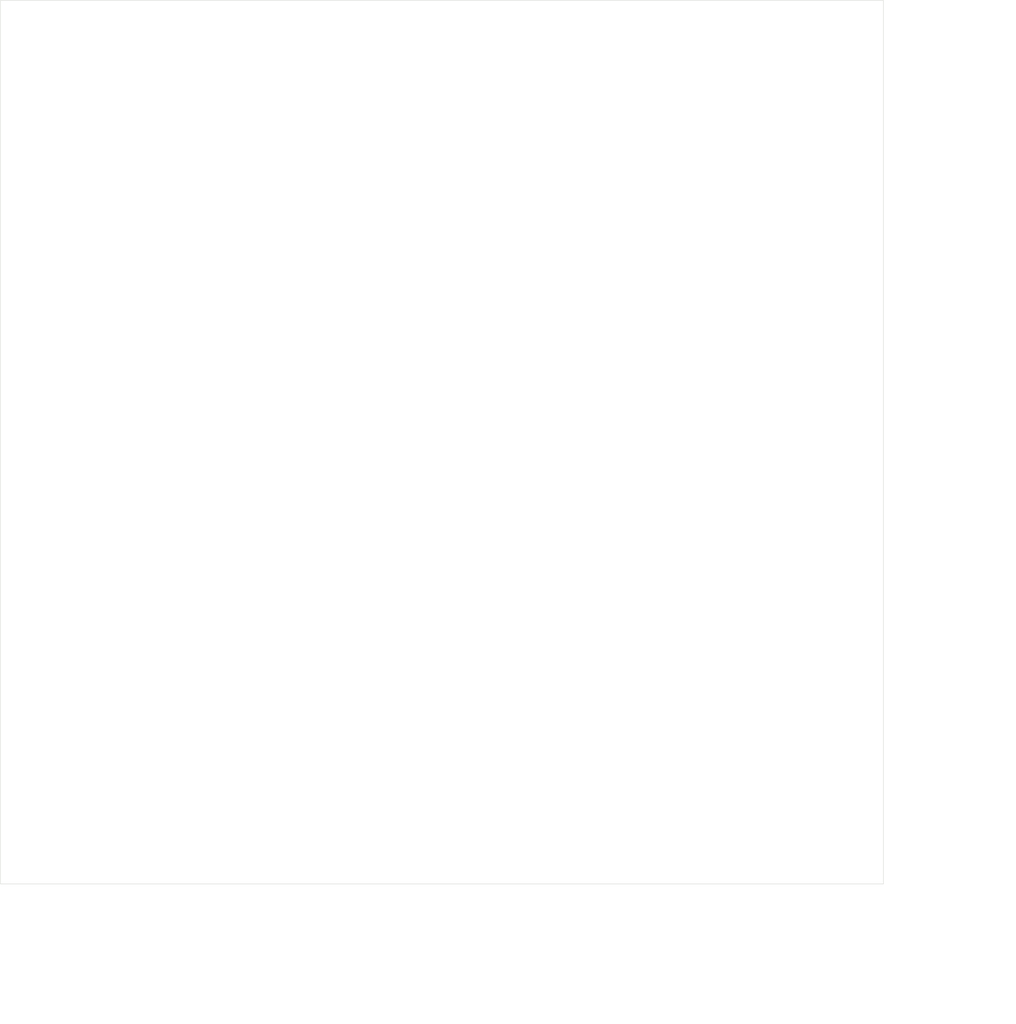
<source format=kicad_pcb>
(kicad_pcb
	(version 20241229)
	(generator "pcbnew")
	(generator_version "9.0")
	(general
		(thickness 1.6)
		(legacy_teardrops no)
	)
	(paper "A4")
	(layers
		(0 "F.Cu" signal)
		(2 "B.Cu" signal)
		(9 "F.Adhes" user "F.Adhesive")
		(11 "B.Adhes" user "B.Adhesive")
		(13 "F.Paste" user)
		(15 "B.Paste" user)
		(5 "F.SilkS" user "F.Silkscreen")
		(7 "B.SilkS" user "B.Silkscreen")
		(1 "F.Mask" user)
		(3 "B.Mask" user)
		(17 "Dwgs.User" user "User.Drawings")
		(19 "Cmts.User" user "User.Comments")
		(21 "Eco1.User" user "User.Eco1")
		(23 "Eco2.User" user "User.Eco2")
		(25 "Edge.Cuts" user)
		(27 "Margin" user)
		(31 "F.CrtYd" user "F.Courtyard")
		(29 "B.CrtYd" user "B.Courtyard")
		(35 "F.Fab" user)
		(33 "B.Fab" user)
		(39 "User.1" user)
		(41 "User.2" user)
		(43 "User.3" user)
		(45 "User.4" user)
	)
	(setup
		(pad_to_mask_clearance 0)
		(allow_soldermask_bridges_in_footprints no)
		(tenting front back)
		(pcbplotparams
			(layerselection 0x00000000_00000000_55555555_5755f5ff)
			(plot_on_all_layers_selection 0x00000000_00000000_00000000_00000000)
			(disableapertmacros no)
			(usegerberextensions no)
			(usegerberattributes yes)
			(usegerberadvancedattributes yes)
			(creategerberjobfile yes)
			(dashed_line_dash_ratio 12.000000)
			(dashed_line_gap_ratio 3.000000)
			(svgprecision 4)
			(plotframeref no)
			(mode 1)
			(useauxorigin no)
			(hpglpennumber 1)
			(hpglpenspeed 20)
			(hpglpendiameter 15.000000)
			(pdf_front_fp_property_popups yes)
			(pdf_back_fp_property_popups yes)
			(pdf_metadata yes)
			(pdf_single_document no)
			(dxfpolygonmode yes)
			(dxfimperialunits yes)
			(dxfusepcbnewfont yes)
			(psnegative no)
			(psa4output no)
			(plot_black_and_white yes)
			(plotinvisibletext no)
			(sketchpadsonfab no)
			(plotpadnumbers no)
			(hidednponfab no)
			(sketchdnponfab yes)
			(crossoutdnponfab yes)
			(subtractmaskfromsilk no)
			(outputformat 1)
			(mirror no)
			(drillshape 1)
			(scaleselection 1)
			(outputdirectory "")
		)
	)
	(net 0 "")
	(gr_rect
		(start 50 50)
		(end 150 150)
		(stroke
			(width 0.05)
			(type solid)
		)
		(fill no)
		(layer "Edge.Cuts")
		(uuid "a2038340-83af-4064-824c-f4571468d80e")
	)
	(dimension
		(type orthogonal)
		(layer "Dwgs.User")
		(uuid "6c87d192-4533-49ff-9985-afcb8fa52cc7")
		(pts
			(xy 150 50) (xy 150 150)
		)
		(height 14.38)
		(orientation 1)
		(format
			(prefix "")
			(suffix "")
			(units 3)
			(units_format 0)
			(precision 4)
			(suppress_zeroes yes)
		)
		(style
			(thickness 0.1)
			(arrow_length 1.27)
			(text_position_mode 0)
			(arrow_direction outward)
			(extension_height 0.58642)
			(extension_offset 0.5)
			(keep_text_aligned yes)
		)
		(gr_text "100"
			(at 163.23 100 90)
			(layer "Dwgs.User")
			(uuid "6c87d192-4533-49ff-9985-afcb8fa52cc7")
			(effects
				(font
					(size 1 1)
					(thickness 0.15)
				)
			)
		)
	)
	(dimension
		(type orthogonal)
		(layer "Dwgs.User")
		(uuid "9a9aef2f-58f8-41e0-8c95-50c4f5638bd2")
		(pts
			(xy 50 150) (xy 150 150)
		)
		(height 15.24)
		(orientation 0)
		(format
			(prefix "")
			(suffix "")
			(units 3)
			(units_format 0)
			(precision 4)
			(suppress_zeroes yes)
		)
		(style
			(thickness 0.1)
			(arrow_length 1.27)
			(text_position_mode 0)
			(arrow_direction outward)
			(extension_height 0.58642)
			(extension_offset 0.5)
			(keep_text_aligned yes)
		)
		(gr_text "100"
			(at 100 164.09 0)
			(layer "Dwgs.User")
			(uuid "9a9aef2f-58f8-41e0-8c95-50c4f5638bd2")
			(effects
				(font
					(size 1 1)
					(thickness 0.15)
				)
			)
		)
	)
	(embedded_fonts no)
)

</source>
